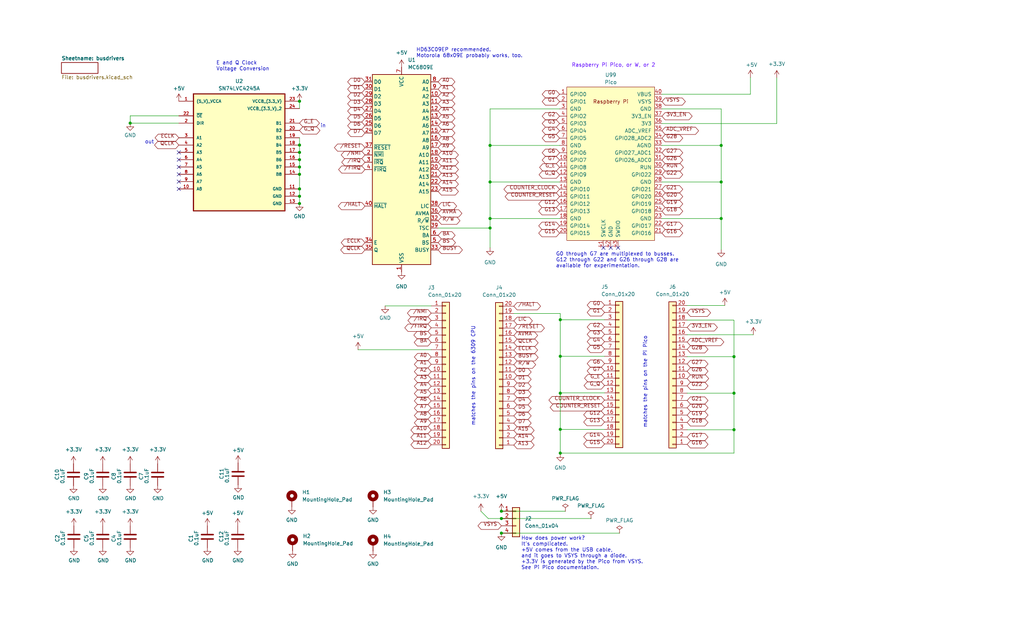
<source format=kicad_sch>
(kicad_sch (version 20230121) (generator eeschema)
  (paper "USLegal")
  (title_block (title "TFR/905  (6309  SBC) for RPi Pico (1, 2, W)") (date "2025-02-20") (company "Henry Strickland   <strick@yak.net>  github.com/strickyak/tfr9") (comment 3 "Released under the MIT License (opensource.org/license/mit)"))
  (lib_symbols
    (symbol "+5V_1" (power) (pin_names (offset 0))
      (property "Value" "+5V_1" (at 0 3.556 0))
      (symbol "+5V_1_1_1"
        (pin power_in line (at 0 0 90) (length 0) hide (name "+5V") (number "1"))
      )
    )
    (symbol "+5V_2" (power) (pin_names (offset 0))
      (property "Value" "+5V_2" (at 0 3.556 0))
      (symbol "+5V_2_1_1"
        (pin power_in line (at 0 0 90) (length 0) hide (name "+5V") (number "1"))
      )
    )
    (symbol "+5V_3" (power) (pin_names (offset 0))
      (property "Value" "+5V_3" (at 0 3.556 0))
      (symbol "+5V_3_1_1"
        (pin power_in line (at 0 0 90) (length 0) hide (name "+5V") (number "1"))
      )
    )
    (symbol "+5V_4" (power) (pin_names (offset 0))
      (property "Value" "+5V_4" (at 0 3.556 0))
      (symbol "+5V_4_1_1"
        (pin power_in line (at 0 0 90) (length 0) hide (name "+5V") (number "1"))
      )
    )
    (symbol "+5V_5" (power) (pin_names (offset 0))
      (property "Value" "+5V_5" (at 0 3.556 0))
      (symbol "+5V_5_1_1"
        (pin power_in line (at 0 0 90) (length 0) hide (name "+5V") (number "1"))
      )
    )
    (symbol "+5V_6" (power) (pin_names (offset 0))
      (property "Value" "+5V_6" (at 0 3.556 0))
      (symbol "+5V_6_1_1"
        (pin power_in line (at 0 0 90) (length 0) hide (name "+5V") (number "1"))
      )
    )
    (symbol "CPU_NXP_6800:MC6809E"
      (property "Reference" "U" (at -7.62 34.544 0))
      (property "Value" "MC6809E" (at 10.16 34.544 0))
      (symbol "MC6809E_1_1"
        (pin power_in line (at 0 -35.56 90) (length 2.54) (name "VSS") (number "1"))
        (pin output line (at 12.7 25.4 180) (length 2.54) (name "A2") (number "10"))
        (pin output line (at 12.7 22.86 180) (length 2.54) (name "A3") (number "11"))
        (pin output line (at 12.7 20.32 180) (length 2.54) (name "A4") (number "12"))
        (pin output line (at 12.7 17.78 180) (length 2.54) (name "A5") (number "13"))
        (pin output line (at 12.7 15.24 180) (length 2.54) (name "A6") (number "14"))
        (pin output line (at 12.7 12.7 180) (length 2.54) (name "A7") (number "15"))
        (pin output line (at 12.7 10.16 180) (length 2.54) (name "A8") (number "16"))
        (pin output line (at 12.7 7.62 180) (length 2.54) (name "A9") (number "17"))
        (pin output line (at 12.7 5.08 180) (length 2.54) (name "A10") (number "18"))
        (pin output line (at 12.7 2.54 180) (length 2.54) (name "A11") (number "19"))
        (pin input line (at -12.7 5.08 0) (length 2.54) (name "~{NMI}") (number "2"))
        (pin output line (at 12.7 0 180) (length 2.54) (name "A12") (number "20"))
        (pin output line (at 12.7 -2.54 180) (length 2.54) (name "A13") (number "21"))
        (pin output line (at 12.7 -5.08 180) (length 2.54) (name "A14") (number "22"))
        (pin output line (at 12.7 -7.62 180) (length 2.54) (name "A15") (number "23"))
        (pin bidirectional line (at -12.7 12.7 0) (length 2.54) (name "D7") (number "24"))
        (pin bidirectional line (at -12.7 15.24 0) (length 2.54) (name "D6") (number "25"))
        (pin bidirectional line (at -12.7 17.78 0) (length 2.54) (name "D5") (number "26"))
        (pin bidirectional line (at -12.7 20.32 0) (length 2.54) (name "D4") (number "27"))
        (pin bidirectional line (at -12.7 22.86 0) (length 2.54) (name "D3") (number "28"))
        (pin bidirectional line (at -12.7 25.4 0) (length 2.54) (name "D2") (number "29"))
        (pin input line (at -12.7 2.54 0) (length 2.54) (name "~{IRQ}") (number "3"))
        (pin bidirectional line (at -12.7 27.94 0) (length 2.54) (name "D1") (number "30"))
        (pin bidirectional line (at -12.7 30.48 0) (length 2.54) (name "D0") (number "31"))
        (pin output line (at 12.7 -17.78 180) (length 2.54) (name "R/~{W}") (number "32"))
        (pin output line (at 12.7 -27.94 180) (length 2.54) (name "BUSY") (number "33"))
        (pin input line (at -12.7 -25.4 0) (length 2.54) (name "E") (number "34"))
        (pin input line (at -12.7 -27.94 0) (length 2.54) (name "Q") (number "35"))
        (pin output line (at 12.7 -15.24 180) (length 2.54) (name "AVMA") (number "36"))
        (pin input line (at -12.7 7.62 0) (length 2.54) (name "~{RESET}") (number "37"))
        (pin output line (at 12.7 -12.7 180) (length 2.54) (name "LIC") (number "38"))
        (pin output line (at 12.7 -20.32 180) (length 2.54) (name "TSC") (number "39"))
        (pin input line (at -12.7 0 0) (length 2.54) (name "~{FIRQ}") (number "4"))
        (pin input line (at -12.7 -12.7 0) (length 2.54) (name "~{HALT}") (number "40"))
        (pin output line (at 12.7 -25.4 180) (length 2.54) (name "BS") (number "5"))
        (pin output line (at 12.7 -22.86 180) (length 2.54) (name "BA") (number "6"))
        (pin power_in line (at 0 35.56 270) (length 2.54) (name "VCC") (number "7"))
        (pin output line (at 12.7 30.48 180) (length 2.54) (name "A0") (number "8"))
        (pin output line (at 12.7 27.94 180) (length 2.54) (name "A1") (number "9"))
      )
    )
    (symbol "Connector_Generic:Conn_01x04" (pin_names (offset 1.016) hide)
      (property "Reference" "J" (at 0 5.08 0))
      (property "Value" "Conn_01x04" (at 0 -7.62 0))
      (symbol "Conn_01x04_1_1"
        (pin passive line (at -5.08 2.54 0) (length 3.81) (name "Pin_1") (number "1"))
        (pin passive line (at -5.08 0 0) (length 3.81) (name "Pin_2") (number "2"))
        (pin passive line (at -5.08 -2.54 0) (length 3.81) (name "Pin_3") (number "3"))
        (pin passive line (at -5.08 -5.08 0) (length 3.81) (name "Pin_4") (number "4"))
      )
    )
    (symbol "Connector_Generic:Conn_01x20" (pin_names (offset 1.016) hide)
      (property "Reference" "J" (at 0 25.4 0))
      (property "Value" "Conn_01x20" (at 0 -27.94 0))
      (symbol "Conn_01x20_1_1"
        (pin passive line (at -5.08 22.86 0) (length 3.81) (name "Pin_1") (number "1"))
        (pin passive line (at -5.08 0 0) (length 3.81) (name "Pin_10") (number "10"))
        (pin passive line (at -5.08 -2.54 0) (length 3.81) (name "Pin_11") (number "11"))
        (pin passive line (at -5.08 -5.08 0) (length 3.81) (name "Pin_12") (number "12"))
        (pin passive line (at -5.08 -7.62 0) (length 3.81) (name "Pin_13") (number "13"))
        (pin passive line (at -5.08 -10.16 0) (length 3.81) (name "Pin_14") (number "14"))
        (pin passive line (at -5.08 -12.7 0) (length 3.81) (name "Pin_15") (number "15"))
        (pin passive line (at -5.08 -15.24 0) (length 3.81) (name "Pin_16") (number "16"))
        (pin passive line (at -5.08 -17.78 0) (length 3.81) (name "Pin_17") (number "17"))
        (pin passive line (at -5.08 -20.32 0) (length 3.81) (name "Pin_18") (number "18"))
        (pin passive line (at -5.08 -22.86 0) (length 3.81) (name "Pin_19") (number "19"))
        (pin passive line (at -5.08 20.32 0) (length 3.81) (name "Pin_2") (number "2"))
        (pin passive line (at -5.08 -25.4 0) (length 3.81) (name "Pin_20") (number "20"))
        (pin passive line (at -5.08 17.78 0) (length 3.81) (name "Pin_3") (number "3"))
        (pin passive line (at -5.08 15.24 0) (length 3.81) (name "Pin_4") (number "4"))
        (pin passive line (at -5.08 12.7 0) (length 3.81) (name "Pin_5") (number "5"))
        (pin passive line (at -5.08 10.16 0) (length 3.81) (name "Pin_6") (number "6"))
        (pin passive line (at -5.08 7.62 0) (length 3.81) (name "Pin_7") (number "7"))
        (pin passive line (at -5.08 5.08 0) (length 3.81) (name "Pin_8") (number "8"))
        (pin passive line (at -5.08 2.54 0) (length 3.81) (name "Pin_9") (number "9"))
      )
    )
    (symbol "Device:C" (pin_numbers hide) (pin_names (offset 0.254))
      (property "Reference" "C" (at 0.635 2.54 0))
      (property "Value" "C" (at 0.635 -2.54 0))
      (symbol "C_1_1"
        (pin passive line (at 0 3.81 270) (length 2.794) (name "~") (number "1"))
        (pin passive line (at 0 -3.81 90) (length 2.794) (name "~") (number "2"))
      )
    )
    (symbol "GND_1" (power) (pin_names (offset 0))
      (property "Value" "GND_1" (at 0 -3.81 0))
      (symbol "GND_1_1_1"
        (pin power_in line (at 0 0 270) (length 0) hide (name "GND") (number "1"))
      )
    )
    (symbol "GND_10" (power) (pin_names (offset 0))
      (property "Value" "GND_10" (at 0 -3.81 0))
      (symbol "GND_10_1_1"
        (pin power_in line (at 0 0 270) (length 0) hide (name "GND") (number "1"))
      )
    )
    (symbol "GND_11" (power) (pin_names (offset 0))
      (property "Value" "GND_11" (at 0 -3.81 0))
      (symbol "GND_11_1_1"
        (pin power_in line (at 0 0 270) (length 0) hide (name "GND") (number "1"))
      )
    )
    (symbol "GND_2" (power) (pin_names (offset 0))
      (property "Value" "GND_2" (at 0 -3.81 0))
      (symbol "GND_2_1_1"
        (pin power_in line (at 0 0 270) (length 0) hide (name "GND") (number "1"))
      )
    )
    (symbol "GND_3" (power) (pin_names (offset 0))
      (property "Value" "GND_3" (at 0 -3.81 0))
      (symbol "GND_3_1_1"
        (pin power_in line (at 0 0 270) (length 0) hide (name "GND") (number "1"))
      )
    )
    (symbol "GND_4" (power) (pin_names (offset 0))
      (property "Value" "GND_4" (at 0 -3.81 0))
      (symbol "GND_4_1_1"
        (pin power_in line (at 0 0 270) (length 0) hide (name "GND") (number "1"))
      )
    )
    (symbol "GND_5" (power) (pin_names (offset 0))
      (property "Value" "GND_5" (at 0 -3.81 0))
      (symbol "GND_5_1_1"
        (pin power_in line (at 0 0 270) (length 0) hide (name "GND") (number "1"))
      )
    )
    (symbol "GND_6" (power) (pin_names (offset 0))
      (property "Value" "GND_6" (at 0 -3.81 0))
      (symbol "GND_6_1_1"
        (pin power_in line (at 0 0 270) (length 0) hide (name "GND") (number "1"))
      )
    )
    (symbol "GND_7" (power) (pin_names (offset 0))
      (property "Value" "GND_7" (at 0 -3.81 0))
      (symbol "GND_7_1_1"
        (pin power_in line (at 0 0 270) (length 0) hide (name "GND") (number "1"))
      )
    )
    (symbol "GND_8" (power) (pin_names (offset 0))
      (property "Value" "GND_8" (at 0 -3.81 0))
      (symbol "GND_8_1_1"
        (pin power_in line (at 0 0 270) (length 0) hide (name "GND") (number "1"))
      )
    )
    (symbol "GND_9" (power) (pin_names (offset 0))
      (property "Value" "GND_9" (at 0 -3.81 0))
      (symbol "GND_9_1_1"
        (pin power_in line (at 0 0 270) (length 0) hide (name "GND") (number "1"))
      )
    )
    (symbol "Mechanical:MountingHole_Pad" (pin_numbers hide) (pin_names (offset 1.016) hide)
      (property "Reference" "H" (at 0 6.35 0))
      (property "Value" "MountingHole_Pad" (at 0 4.445 0))
      (symbol "MountingHole_Pad_1_1"
        (pin input line (at 0 -2.54 90) (length 2.54) (name "1") (number "1"))
      )
    )
    (symbol "RPi_Pico:Pico" (pin_names (offset 1.016))
      (property "Reference" "U" (at -13.97 27.94 0))
      (property "Value" "Pico" (at 0 19.05 0))
      (symbol "Pico_0_0"
        (text "Raspberry Pi" (at 0 21.59 0) (effects (font (size 1.27 1.27))))
      )
      (symbol "Pico_1_1"
        (pin bidirectional line (at -17.78 24.13 0) (length 2.54) (name "GPIO0") (number "1"))
        (pin bidirectional line (at -17.78 1.27 0) (length 2.54) (name "GPIO7") (number "10"))
        (pin bidirectional line (at -17.78 -1.27 0) (length 2.54) (name "GPIO8") (number "11"))
        (pin bidirectional line (at -17.78 -3.81 0) (length 2.54) (name "GPIO9") (number "12"))
        (pin power_in line (at -17.78 -6.35 0) (length 2.54) (name "GND") (number "13"))
        (pin bidirectional line (at -17.78 -8.89 0) (length 2.54) (name "GPIO10") (number "14"))
        (pin bidirectional line (at -17.78 -11.43 0) (length 2.54) (name "GPIO11") (number "15"))
        (pin bidirectional line (at -17.78 -13.97 0) (length 2.54) (name "GPIO12") (number "16"))
        (pin bidirectional line (at -17.78 -16.51 0) (length 2.54) (name "GPIO13") (number "17"))
        (pin power_in line (at -17.78 -19.05 0) (length 2.54) (name "GND") (number "18"))
        (pin bidirectional line (at -17.78 -21.59 0) (length 2.54) (name "GPIO14") (number "19"))
        (pin bidirectional line (at -17.78 21.59 0) (length 2.54) (name "GPIO1") (number "2"))
        (pin bidirectional line (at -17.78 -24.13 0) (length 2.54) (name "GPIO15") (number "20"))
        (pin bidirectional line (at 17.78 -24.13 180) (length 2.54) (name "GPIO16") (number "21"))
        (pin bidirectional line (at 17.78 -21.59 180) (length 2.54) (name "GPIO17") (number "22"))
        (pin power_in line (at 17.78 -19.05 180) (length 2.54) (name "GND") (number "23"))
        (pin bidirectional line (at 17.78 -16.51 180) (length 2.54) (name "GPIO18") (number "24"))
        (pin bidirectional line (at 17.78 -13.97 180) (length 2.54) (name "GPIO19") (number "25"))
        (pin bidirectional line (at 17.78 -11.43 180) (length 2.54) (name "GPIO20") (number "26"))
        (pin bidirectional line (at 17.78 -8.89 180) (length 2.54) (name "GPIO21") (number "27"))
        (pin power_in line (at 17.78 -6.35 180) (length 2.54) (name "GND") (number "28"))
        (pin bidirectional line (at 17.78 -3.81 180) (length 2.54) (name "GPIO22") (number "29"))
        (pin power_in line (at -17.78 19.05 0) (length 2.54) (name "GND") (number "3"))
        (pin input line (at 17.78 -1.27 180) (length 2.54) (name "RUN") (number "30"))
        (pin bidirectional line (at 17.78 1.27 180) (length 2.54) (name "GPIO26_ADC0") (number "31"))
        (pin bidirectional line (at 17.78 3.81 180) (length 2.54) (name "GPIO27_ADC1") (number "32"))
        (pin power_in line (at 17.78 6.35 180) (length 2.54) (name "AGND") (number "33"))
        (pin bidirectional line (at 17.78 8.89 180) (length 2.54) (name "GPIO28_ADC2") (number "34"))
        (pin unspecified line (at 17.78 11.43 180) (length 2.54) (name "ADC_VREF") (number "35"))
        (pin unspecified line (at 17.78 13.97 180) (length 2.54) (name "3V3") (number "36"))
        (pin input line (at 17.78 16.51 180) (length 2.54) (name "3V3_EN") (number "37"))
        (pin bidirectional line (at 17.78 19.05 180) (length 2.54) (name "GND") (number "38"))
        (pin unspecified line (at 17.78 21.59 180) (length 2.54) (name "VSYS") (number "39"))
        (pin bidirectional line (at -17.78 16.51 0) (length 2.54) (name "GPIO2") (number "4"))
        (pin unspecified line (at 17.78 24.13 180) (length 2.54) (name "VBUS") (number "40"))
        (pin input line (at -2.54 -29.21 90) (length 2.54) (name "SWCLK") (number "41"))
        (pin power_in line (at 0 -29.21 90) (length 2.54) (name "GND") (number "42"))
        (pin bidirectional line (at 2.54 -29.21 90) (length 2.54) (name "SWDIO") (number "43"))
        (pin bidirectional line (at -17.78 13.97 0) (length 2.54) (name "GPIO3") (number "5"))
        (pin bidirectional line (at -17.78 11.43 0) (length 2.54) (name "GPIO4") (number "6"))
        (pin bidirectional line (at -17.78 8.89 0) (length 2.54) (name "GPIO5") (number "7"))
        (pin power_in line (at -17.78 6.35 0) (length 2.54) (name "GND") (number "8"))
        (pin bidirectional line (at -17.78 3.81 0) (length 2.54) (name "GPIO6") (number "9"))
      )
    )
    (symbol "SN74LVC4245ADWR:SN74LVC4245A" (pin_names (offset 1.016))
      (property "Reference" "U" (at -20.32 26.4 0))
      (property "Value" "SN74LVC4245A" (at -20.32 -18.415 0))
      (symbol "SN74LVC4245A_0_0"
        (pin power_in line (at -25.4 22.86 0) (length 5.08) (name "(5_V)_VCCA") (number "1"))
        (pin bidirectional line (at -25.4 -7.62 0) (length 5.08) (name "A8") (number "10"))
        (pin power_in line (at 16.51 -7.62 180) (length 5.08) (name "GND") (number "11"))
        (pin power_in line (at 16.51 -10.16 180) (length 5.08) (name "GND") (number "12"))
        (pin power_in line (at 16.51 -12.7 180) (length 5.08) (name "GND") (number "13"))
        (pin bidirectional line (at 16.51 -2.54 180) (length 5.08) (name "B8") (number "14"))
        (pin bidirectional line (at 16.51 0 180) (length 5.08) (name "B7") (number "15"))
        (pin bidirectional line (at 16.51 2.54 180) (length 5.08) (name "B6") (number "16"))
        (pin bidirectional line (at 16.51 5.08 180) (length 5.08) (name "B5") (number "17"))
        (pin bidirectional line (at 16.51 7.62 180) (length 5.08) (name "B4") (number "18"))
        (pin bidirectional line (at 16.51 10.16 180) (length 5.08) (name "B3") (number "19"))
        (pin input line (at -25.4 15.24 0) (length 5.08) (name "DIR") (number "2"))
        (pin bidirectional line (at 16.51 12.7 180) (length 5.08) (name "B2") (number "20"))
        (pin bidirectional line (at 16.51 15.24 180) (length 5.08) (name "B1") (number "21"))
        (pin input line (at -25.4 17.78 0) (length 5.08) (name "~{OE}") (number "22"))
        (pin power_in line (at 16.51 22.86 180) (length 5.08) (name "VCCB_(3.3_V)") (number "23"))
        (pin power_in line (at 16.51 20.32 180) (length 5.08) (name "VCCB_(3.3_V)_2") (number "24"))
        (pin bidirectional line (at -25.4 10.16 0) (length 5.08) (name "A1") (number "3"))
        (pin bidirectional line (at -25.4 7.62 0) (length 5.08) (name "A2") (number "4"))
        (pin bidirectional line (at -25.4 5.08 0) (length 5.08) (name "A3") (number "5"))
        (pin bidirectional line (at -25.4 2.54 0) (length 5.08) (name "A4") (number "6"))
        (pin bidirectional line (at -25.4 0 0) (length 5.08) (name "A5") (number "7"))
        (pin bidirectional line (at -25.4 -2.54 0) (length 5.08) (name "A6") (number "8"))
        (pin bidirectional line (at -25.4 -5.08 0) (length 5.08) (name "A7") (number "9"))
      )
    )
    (symbol "power:+3.3V" (power) (pin_names (offset 0))
      (property "Value" "+3.3V" (at 0 3.556 0))
      (symbol "+3.3V_1_1"
        (pin power_in line (at 0 0 90) (length 0) hide (name "+3.3V") (number "1"))
      )
    )
    (symbol "power:+5V" (power) (pin_names (offset 0))
      (property "Value" "+5V" (at 0 3.556 0))
      (symbol "+5V_1_1"
        (pin power_in line (at 0 0 90) (length 0) hide (name "+5V") (number "1"))
      )
    )
    (symbol "power:GND" (power) (pin_names (offset 0))
      (property "Value" "GND" (at 0 -3.81 0))
      (symbol "GND_1_1"
        (pin power_in line (at 0 0 270) (length 0) hide (name "GND") (number "1"))
      )
    )
    (symbol "power:PWR_FLAG" (power) (pin_numbers hide) (pin_names (offset 0) hide)
      (property "Value" "PWR_FLAG" (at 0 3.81 0))
      (symbol "PWR_FLAG_0_0"
        (pin power_out line (at 0 0 90) (length 0) (name "pwr") (number "1"))
      )
    )
  )
  (junction (at 45.212 42.799))
  (junction (at 170.18 79.248))
  (junction (at 250.444 75.946))
  (junction (at 194.564 157.48))
  (junction (at 170.18 75.946))
  (junction (at 104.013 35.179))
  (junction (at 104.013 50.419))
  (junction (at 104.013 60.579))
  (junction (at 104.013 55.499))
  (junction (at 174.117 177.673))
  (junction (at 104.013 52.959))
  (junction (at 194.564 123.825))
  (junction (at 170.18 63.246))
  (junction (at 104.013 68.199))
  (junction (at 250.444 63.246))
  (junction (at 104.013 70.739))
  (junction (at 170.18 50.546))
  (junction (at 254.889 136.652))
  (junction (at 104.013 58.039))
  (junction (at 174.117 180.213))
  (junction (at 194.564 149.225))
  (junction (at 194.564 111.125))
  (junction (at 254.889 123.952))
  (junction (at 174.117 185.293))
  (junction (at 254.889 149.352))
  (junction (at 194.564 136.652))
  (junction (at 104.013 65.659))
  (junction (at 250.444 50.546))
  (no_connect (at 62.103 60.579))
  (no_connect (at 212.09 86.106))
  (no_connect (at 62.103 55.499))
  (no_connect (at 62.103 52.959))
  (no_connect (at 214.63 86.106))
  (no_connect (at 62.103 63.119))
  (no_connect (at 62.103 58.039))
  (no_connect (at 62.103 65.659))
  (no_connect (at 209.55 86.106))
  (wire (pts (xy 238.633 149.352) (xy 254.889 149.352)))
  (wire (pts (xy 254.889 123.952) (xy 254.889 111.379)))
  (wire (pts (xy 174.117 180.213) (xy 205.232 180.213)))
  (wire (pts (xy 215.138 185.293) (xy 174.117 185.293)))
  (wire (pts (xy 194.564 111.125) (xy 194.564 123.825)))
  (wire (pts (xy 250.444 37.846) (xy 250.444 50.546)))
  (wire (pts (xy 194.564 136.652) (xy 194.564 149.225)))
  (wire (pts (xy 229.87 37.846) (xy 250.444 37.846)))
  (wire (pts (xy 254.889 157.48) (xy 254.889 149.352)))
  (wire (pts (xy 194.564 108.966) (xy 194.564 111.125)))
  (wire (pts (xy 45.212 40.259) (xy 62.103 40.259)))
  (wire (pts (xy 104.013 35.179) (xy 104.013 37.719)))
  (wire (pts (xy 170.18 37.846) (xy 170.18 50.546)))
  (wire (pts (xy 254.889 149.352) (xy 254.889 136.652)))
  (wire (pts (xy 104.013 60.579) (xy 104.013 65.659)))
  (wire (pts (xy 174.117 177.673) (xy 196.342 177.673)))
  (wire (pts (xy 104.013 65.659) (xy 104.013 68.199)))
  (wire (pts (xy 250.444 75.946) (xy 250.444 86.741)))
  (wire (pts (xy 194.564 157.48) (xy 254.889 157.48)))
  (wire (pts (xy 238.633 106.172) (xy 251.714 106.172)))
  (wire (pts (xy 194.564 123.825) (xy 209.931 123.825)))
  (wire (pts (xy 133.731 106.299) (xy 149.733 106.299)))
  (wire (pts (xy 229.87 42.926) (xy 269.748 42.926)))
  (wire (pts (xy 152.146 79.248) (xy 170.18 79.248)))
  (wire (pts (xy 238.633 116.332) (xy 261.62 116.332)))
  (wire (pts (xy 254.889 111.379) (xy 254.762 111.252)))
  (wire (pts (xy 238.633 136.652) (xy 254.889 136.652)))
  (wire (pts (xy 45.212 40.259) (xy 45.212 42.799)))
  (wire (pts (xy 254.889 136.652) (xy 254.889 123.952)))
  (wire (pts (xy 229.87 32.766) (xy 260.604 32.766)))
  (wire (pts (xy 104.013 50.419) (xy 104.013 52.959)))
  (wire (pts (xy 229.87 50.546) (xy 250.444 50.546)))
  (wire (pts (xy 104.013 58.039) (xy 104.013 60.579)))
  (wire (pts (xy 238.633 111.252) (xy 254.762 111.252)))
  (wire (pts (xy 104.013 47.879) (xy 104.013 50.419)))
  (wire (pts (xy 269.748 27.051) (xy 269.748 42.926)))
  (wire (pts (xy 194.691 136.525) (xy 194.564 136.652)))
  (wire (pts (xy 229.87 75.946) (xy 250.444 75.946)))
  (wire (pts (xy 194.564 157.48) (xy 194.564 157.734)))
  (wire (pts (xy 170.18 79.248) (xy 170.18 86.106)))
  (wire (pts (xy 170.18 63.246) (xy 194.31 63.246)))
  (wire (pts (xy 229.87 63.246) (xy 250.444 63.246)))
  (wire (pts (xy 250.444 50.546) (xy 250.444 63.246)))
  (wire (pts (xy 170.18 50.546) (xy 170.18 63.246)))
  (wire (pts (xy 178.435 108.966) (xy 194.564 108.966)))
  (wire (pts (xy 238.633 123.952) (xy 254.889 123.952)))
  (wire (pts (xy 104.013 55.499) (xy 104.013 58.039)))
  (wire (pts (xy 194.564 123.825) (xy 194.564 136.652)))
  (wire (pts (xy 104.013 52.959) (xy 104.013 55.499)))
  (wire (pts (xy 45.212 42.799) (xy 62.103 42.799)))
  (wire (pts (xy 170.18 63.246) (xy 170.18 75.946)))
  (wire (pts (xy 170.18 75.946) (xy 170.18 79.248)))
  (wire (pts (xy 170.18 75.946) (xy 194.31 75.946)))
  (wire (pts (xy 124.333 121.539) (xy 149.733 121.539)))
  (wire (pts (xy 169.545 180.213) (xy 167.005 177.673)))
  (wire (pts (xy 104.013 68.199) (xy 104.013 70.739)))
  (wire (pts (xy 260.604 26.924) (xy 260.604 32.766)))
  (wire (pts (xy 174.117 180.213) (xy 169.545 180.213)))
  (wire (pts (xy 170.18 37.846) (xy 194.31 37.846)))
  (wire (pts (xy 170.18 50.546) (xy 194.31 50.546)))
  (wire (pts (xy 194.564 111.125) (xy 209.931 111.125)))
  (wire (pts (xy 250.444 63.246) (xy 250.444 75.946)))
  (wire (pts (xy 209.931 136.525) (xy 194.691 136.525)))
  (wire (pts (xy 194.564 149.225) (xy 194.564 157.48)))
  (wire (pts (xy 194.564 149.225) (xy 209.931 149.225)))
  (text "Raspberry Pi Pico, or W, or 2" (at 198.501 23.495 0) (effects (font (size 1.27 1.27)) (justify left bottom)))
  (text "in" (at 111.252 44.577 0) (effects (font (size 1.27 1.27)) (justify left bottom)))
  (text "How does power work?\nIt's complicated.\n+5V comes from the USB cable,\nand it goes to VSYS through a diode.\n+3.3V is generated by the Pico from VSYS.\nSee Pi Pico documentation.\n" (at 180.975 198.12 0) (effects (font (size 1.27 1.27)) (justify left bottom)))
  (text "matches the pins on the Pi Pico" (at 224.79 148.844 90) (effects (font (size 1.27 1.27)) (justify left bottom)))
  (text "HD63C09EP recommended.\nMotorola 68x09E probably works, too. " (at 144.526 20.193 0) (effects (font (size 1.27 1.27)) (justify left bottom)))
  (text "matches the pins on the 6309 CPU" (at 165.1 148.082 90) (effects (font (size 1.27 1.27)) (justify left bottom)))
  (text "out" (at 50.292 50.165 0) (effects (font (size 1.27 1.27)) (justify left bottom)))
  (text "E and Q Clock\nVoltage Conversion" (at 75.057 24.765 0) (effects (font (size 1.27 1.27)) (justify left bottom)))
  (text "G0 through G7 are multiplexed to busses.\nG12 through G22 and G26 through G28 are\navailable for experimentation.\n" (at 193.04 93.218 0) (effects (font (size 1.27 1.27)) (justify left bottom)))
  (global_label "G17" (shape bidirectional) (at 229.87 78.486 0) (property "Intersheetrefs" "${INTERSHEET_REFS}" (effects hide)))
  (global_label "RUN" (shape bidirectional) (at 238.633 131.572 0) (property "Intersheetrefs" "${INTERSHEET_REFS}" (effects hide)))
  (global_label "A11" (shape bidirectional) (at 149.733 152.019 180) (property "Intersheetrefs" "${INTERSHEET_REFS}" (effects hide)))
  (global_label "G6" (shape bidirectional) (at 194.31 53.086 180) (property "Intersheetrefs" "${INTERSHEET_REFS}" (effects hide)))
  (global_label "G1" (shape bidirectional) (at 194.31 35.306 180) (property "Intersheetrefs" "${INTERSHEET_REFS}" (effects hide)))
  (global_label "G27" (shape bidirectional) (at 238.633 126.492 0) (property "Intersheetrefs" "${INTERSHEET_REFS}" (effects hide)))
  (global_label "COUNTER_CLOCK" (shape bidirectional) (at 194.31 65.786 180) (property "Intersheetrefs" "${INTERSHEET_REFS}" (effects hide)))
  (global_label "BUSY" (shape bidirectional) (at 152.146 86.868 0) (property "Intersheetrefs" "${INTERSHEET_REFS}" (effects hide)))
  (global_label "3V3_EN" (shape bidirectional) (at 229.87 40.386 0) (property "Intersheetrefs" "${INTERSHEET_REFS}" (effects hide)))
  (global_label "G4" (shape bidirectional) (at 194.31 45.466 180) (property "Intersheetrefs" "${INTERSHEET_REFS}" (effects hide)))
  (global_label "BUSY" (shape bidirectional) (at 178.435 124.206 0) (property "Intersheetrefs" "${INTERSHEET_REFS}" (effects hide)))
  (global_label "G20" (shape bidirectional) (at 238.633 141.732 0) (property "Intersheetrefs" "${INTERSHEET_REFS}" (effects hide)))
  (global_label "D4" (shape bidirectional) (at 126.746 38.608 180) (property "Intersheetrefs" "${INTERSHEET_REFS}" (effects hide)))
  (global_label "COUNTER_RESET" (shape bidirectional) (at 209.931 141.605 180) (property "Intersheetrefs" "${INTERSHEET_REFS}" (effects hide)))
  (global_label "QCLK" (shape bidirectional) (at 126.746 86.868 180) (property "Intersheetrefs" "${INTERSHEET_REFS}" (effects hide)))
  (global_label "G17" (shape bidirectional) (at 238.633 151.892 0) (property "Intersheetrefs" "${INTERSHEET_REFS}" (effects hide)))
  (global_label "G5" (shape bidirectional) (at 194.31 48.006 180) (property "Intersheetrefs" "${INTERSHEET_REFS}" (effects hide)))
  (global_label "G21" (shape bidirectional) (at 238.633 139.192 0) (property "Intersheetrefs" "${INTERSHEET_REFS}" (effects hide)))
  (global_label "G0" (shape bidirectional) (at 194.31 32.766 180) (property "Intersheetrefs" "${INTERSHEET_REFS}" (effects hide)))
  (global_label "A8" (shape bidirectional) (at 149.733 144.399 180) (property "Intersheetrefs" "${INTERSHEET_REFS}" (effects hide)))
  (global_label "G_E" (shape bidirectional) (at 209.931 131.445 180) (property "Intersheetrefs" "${INTERSHEET_REFS}" (effects hide)))
  (global_label "G2" (shape bidirectional) (at 209.931 113.665 180) (property "Intersheetrefs" "${INTERSHEET_REFS}" (effects hide)))
  (global_label "{slash}RESET" (shape bidirectional) (at 126.746 51.308 180) (property "Intersheetrefs" "${INTERSHEET_REFS}" (effects hide)))
  (global_label "COUNTER_CLOCK" (shape bidirectional) (at 209.931 139.065 180) (property "Intersheetrefs" "${INTERSHEET_REFS}" (effects hide)))
  (global_label "A15" (shape bidirectional) (at 152.146 66.548 0) (property "Intersheetrefs" "${INTERSHEET_REFS}" (effects hide)))
  (global_label "A3" (shape bidirectional) (at 152.146 36.068 0) (property "Intersheetrefs" "${INTERSHEET_REFS}" (effects hide)))
  (global_label "{slash}HALT" (shape bidirectional) (at 178.435 106.426 0) (property "Intersheetrefs" "${INTERSHEET_REFS}" (effects hide)))
  (global_label "{slash}FIRQ" (shape bidirectional) (at 126.746 58.928 180) (property "Intersheetrefs" "${INTERSHEET_REFS}" (effects hide)))
  (global_label "A1" (shape bidirectional) (at 149.733 126.619 180) (property "Intersheetrefs" "${INTERSHEET_REFS}" (effects hide)))
  (global_label "G27" (shape bidirectional) (at 229.87 53.086 0) (property "Intersheetrefs" "${INTERSHEET_REFS}" (effects hide)))
  (global_label "{slash}FIRQ" (shape bidirectional) (at 149.733 113.919 180) (property "Intersheetrefs" "${INTERSHEET_REFS}" (effects hide)))
  (global_label "RUN" (shape bidirectional) (at 229.87 58.166 0) (property "Intersheetrefs" "${INTERSHEET_REFS}" (effects hide)))
  (global_label "G21" (shape bidirectional) (at 229.87 65.786 0) (property "Intersheetrefs" "${INTERSHEET_REFS}" (effects hide)))
  (global_label "{slash}IRQ" (shape bidirectional) (at 126.746 56.388 180) (property "Intersheetrefs" "${INTERSHEET_REFS}" (effects hide)))
  (global_label "G19" (shape bidirectional) (at 229.87 70.866 0) (property "Intersheetrefs" "${INTERSHEET_REFS}" (effects hide)))
  (global_label "{slash}HALT" (shape bidirectional) (at 126.746 71.628 180) (property "Intersheetrefs" "${INTERSHEET_REFS}" (effects hide)))
  (global_label "A0" (shape bidirectional) (at 149.733 124.079 180) (property "Intersheetrefs" "${INTERSHEET_REFS}" (effects hide)))
  (global_label "A7" (shape bidirectional) (at 149.733 141.859 180) (property "Intersheetrefs" "${INTERSHEET_REFS}" (effects hide)))
  (global_label "A0" (shape bidirectional) (at 152.146 28.448 0) (property "Intersheetrefs" "${INTERSHEET_REFS}" (effects hide)))
  (global_label "A13" (shape bidirectional) (at 152.146 61.468 0) (property "Intersheetrefs" "${INTERSHEET_REFS}" (effects hide)))
  (global_label "A4" (shape bidirectional) (at 152.146 38.608 0) (property "Intersheetrefs" "${INTERSHEET_REFS}" (effects hide)))
  (global_label "D2" (shape bidirectional) (at 178.435 134.366 0) (property "Intersheetrefs" "${INTERSHEET_REFS}" (effects hide)))
  (global_label "G19" (shape bidirectional) (at 238.633 144.272 0) (property "Intersheetrefs" "${INTERSHEET_REFS}" (effects hide)))
  (global_label "G3" (shape bidirectional) (at 194.31 42.926 180) (property "Intersheetrefs" "${INTERSHEET_REFS}" (effects hide)))
  (global_label "G12" (shape bidirectional) (at 209.931 144.145 180) (property "Intersheetrefs" "${INTERSHEET_REFS}" (effects hide)))
  (global_label "A12" (shape bidirectional) (at 152.146 58.928 0) (property "Intersheetrefs" "${INTERSHEET_REFS}" (effects hide)))
  (global_label "VSYS" (shape bidirectional) (at 174.117 182.753 180) (property "Intersheetrefs" "${INTERSHEET_REFS}" (effects hide)))
  (global_label "A10" (shape bidirectional) (at 149.733 149.479 180) (property "Intersheetrefs" "${INTERSHEET_REFS}" (effects hide)))
  (global_label "A2" (shape bidirectional) (at 152.146 33.528 0) (property "Intersheetrefs" "${INTERSHEET_REFS}" (effects hide)))
  (global_label "D1" (shape bidirectional) (at 178.435 131.826 0) (property "Intersheetrefs" "${INTERSHEET_REFS}" (effects hide)))
  (global_label "G18" (shape bidirectional) (at 229.87 73.406 0) (property "Intersheetrefs" "${INTERSHEET_REFS}" (effects hide)))
  (global_label "COUNTER_RESET" (shape bidirectional) (at 194.31 68.326 180) (property "Intersheetrefs" "${INTERSHEET_REFS}" (effects hide)))
  (global_label "BA" (shape bidirectional) (at 152.146 81.788 0) (property "Intersheetrefs" "${INTERSHEET_REFS}" (effects hide)))
  (global_label "A6" (shape bidirectional) (at 149.733 139.319 180) (property "Intersheetrefs" "${INTERSHEET_REFS}" (effects hide)))
  (global_label "A14" (shape bidirectional) (at 178.435 152.146 0) (property "Intersheetrefs" "${INTERSHEET_REFS}" (effects hide)))
  (global_label "ECLK" (shape bidirectional) (at 126.746 84.328 180) (property "Intersheetrefs" "${INTERSHEET_REFS}" (effects hide)))
  (global_label "A5" (shape bidirectional) (at 149.733 136.779 180) (property "Intersheetrefs" "${INTERSHEET_REFS}" (effects hide)))
  (global_label "G16" (shape bidirectional) (at 238.633 154.432 0) (property "Intersheetrefs" "${INTERSHEET_REFS}" (effects hide)))
  (global_label "G15" (shape bidirectional) (at 209.931 154.305 180) (property "Intersheetrefs" "${INTERSHEET_REFS}" (effects hide)))
  (global_label "G0" (shape bidirectional) (at 209.931 106.045 180) (property "Intersheetrefs" "${INTERSHEET_REFS}" (effects hide)))
  (global_label "G_Q" (shape bidirectional) (at 209.931 133.985 180) (property "Intersheetrefs" "${INTERSHEET_REFS}" (effects hide)))
  (global_label "G7" (shape bidirectional) (at 209.931 128.905 180) (property "Intersheetrefs" "${INTERSHEET_REFS}" (effects hide)))
  (global_label "{slash}IRQ" (shape bidirectional) (at 149.733 111.379 180) (property "Intersheetrefs" "${INTERSHEET_REFS}" (effects hide)))
  (global_label "G_Q" (shape bidirectional) (at 104.013 45.339 0) (property "Intersheetrefs" "${INTERSHEET_REFS}" (effects hide)))
  (global_label "A12" (shape bidirectional) (at 149.733 154.559 180) (property "Intersheetrefs" "${INTERSHEET_REFS}" (effects hide)))
  (global_label "G18" (shape bidirectional) (at 238.633 146.812 0) (property "Intersheetrefs" "${INTERSHEET_REFS}" (effects hide)))
  (global_label "G14" (shape bidirectional) (at 194.31 78.486 180) (property "Intersheetrefs" "${INTERSHEET_REFS}" (effects hide)))
  (global_label "D0" (shape bidirectional) (at 126.746 28.448 180) (property "Intersheetrefs" "${INTERSHEET_REFS}" (effects hide)))
  (global_label "A7" (shape bidirectional) (at 152.146 46.228 0) (property "Intersheetrefs" "${INTERSHEET_REFS}" (effects hide)))
  (global_label "3V3_EN" (shape bidirectional) (at 238.633 113.792 0) (property "Intersheetrefs" "${INTERSHEET_REFS}" (effects hide)))
  (global_label "G3" (shape bidirectional) (at 209.931 116.205 180) (property "Intersheetrefs" "${INTERSHEET_REFS}" (effects hide)))
  (global_label "G14" (shape bidirectional) (at 209.931 151.765 180) (property "Intersheetrefs" "${INTERSHEET_REFS}" (effects hide)))
  (global_label "VSYS" (shape bidirectional) (at 229.87 35.306 0) (property "Intersheetrefs" "${INTERSHEET_REFS}" (effects hide)))
  (global_label "G4" (shape bidirectional) (at 209.931 118.745 180) (property "Intersheetrefs" "${INTERSHEET_REFS}" (effects hide)))
  (global_label "A10" (shape bidirectional) (at 152.146 53.848 0) (property "Intersheetrefs" "${INTERSHEET_REFS}" (effects hide)))
  (global_label "G26" (shape bidirectional) (at 229.87 55.626 0) (property "Intersheetrefs" "${INTERSHEET_REFS}" (effects hide)))
  (global_label "D1" (shape bidirectional) (at 126.746 30.988 180) (property "Intersheetrefs" "${INTERSHEET_REFS}" (effects hide)))
  (global_label "G28" (shape bidirectional) (at 238.633 121.412 0) (property "Intersheetrefs" "${INTERSHEET_REFS}" (effects hide)))
  (global_label "QCLK" (shape bidirectional) (at 62.103 50.419 180) (property "Intersheetrefs" "${INTERSHEET_REFS}" (effects hide)))
  (global_label "D3" (shape bidirectional) (at 178.435 136.906 0) (property "Intersheetrefs" "${INTERSHEET_REFS}" (effects hide)))
  (global_label "D6" (shape bidirectional) (at 178.435 144.526 0) (property "Intersheetrefs" "${INTERSHEET_REFS}" (effects hide)))
  (global_label "ADC_VREF" (shape bidirectional) (at 238.633 118.872 0) (property "Intersheetrefs" "${INTERSHEET_REFS}" (effects hide)))
  (global_label "G7" (shape bidirectional) (at 194.31 55.626 180) (property "Intersheetrefs" "${INTERSHEET_REFS}" (effects hide)))
  (global_label "A9" (shape bidirectional) (at 149.733 146.939 180) (property "Intersheetrefs" "${INTERSHEET_REFS}" (effects hide)))
  (global_label "G12" (shape bidirectional) (at 194.31 70.866 180) (property "Intersheetrefs" "${INTERSHEET_REFS}" (effects hide)))
  (global_label "R{slash}W" (shape bidirectional) (at 152.146 76.708 0) (property "Intersheetrefs" "${INTERSHEET_REFS}" (effects hide)))
  (global_label "{slash}RESET" (shape bidirectional) (at 178.435 114.046 0) (property "Intersheetrefs" "${INTERSHEET_REFS}" (effects hide)))
  (global_label "G2" (shape bidirectional) (at 194.31 40.386 180) (property "Intersheetrefs" "${INTERSHEET_REFS}" (effects hide)))
  (global_label "ADC_VREF" (shape bidirectional) (at 229.87 45.466 0) (property "Intersheetrefs" "${INTERSHEET_REFS}" (effects hide)))
  (global_label "D5" (shape bidirectional) (at 126.746 41.148 180) (property "Intersheetrefs" "${INTERSHEET_REFS}" (effects hide)))
  (global_label "G26" (shape bidirectional) (at 238.633 129.032 0) (property "Intersheetrefs" "${INTERSHEET_REFS}" (effects hide)))
  (global_label "D5" (shape bidirectional) (at 178.435 141.986 0) (property "Intersheetrefs" "${INTERSHEET_REFS}" (effects hide)))
  (global_label "G22" (shape bidirectional) (at 229.87 60.706 0) (property "Intersheetrefs" "${INTERSHEET_REFS}" (effects hide)))
  (global_label "ECLK" (shape bidirectional) (at 62.103 47.879 180) (property "Intersheetrefs" "${INTERSHEET_REFS}" (effects hide)))
  (global_label "A4" (shape bidirectional) (at 149.733 134.239 180) (property "Intersheetrefs" "${INTERSHEET_REFS}" (effects hide)))
  (global_label "D6" (shape bidirectional) (at 126.746 43.688 180) (property "Intersheetrefs" "${INTERSHEET_REFS}" (effects hide)))
  (global_label "D7" (shape bidirectional) (at 178.435 147.066 0) (property "Intersheetrefs" "${INTERSHEET_REFS}" (effects hide)))
  (global_label "AVMA" (shape bidirectional) (at 178.435 116.586 0) (property "Intersheetrefs" "${INTERSHEET_REFS}" (effects hide)))
  (global_label "G_Q" (shape bidirectional) (at 194.31 60.706 180) (property "Intersheetrefs" "${INTERSHEET_REFS}" (effects hide)))
  (global_label "VSYS" (shape bidirectional) (at 238.633 108.712 0) (property "Intersheetrefs" "${INTERSHEET_REFS}" (effects hide)))
  (global_label "A6" (shape bidirectional) (at 152.146 43.688 0) (property "Intersheetrefs" "${INTERSHEET_REFS}" (effects hide)))
  (global_label "{slash}NMI" (shape bidirectional) (at 149.733 108.839 180) (property "Intersheetrefs" "${INTERSHEET_REFS}" (effects hide)))
  (global_label "G20" (shape bidirectional) (at 229.87 68.326 0) (property "Intersheetrefs" "${INTERSHEET_REFS}" (effects hide)))
  (global_label "D4" (shape bidirectional) (at 178.435 139.446 0) (property "Intersheetrefs" "${INTERSHEET_REFS}" (effects hide)))
  (global_label "D3" (shape bidirectional) (at 126.746 36.068 180) (property "Intersheetrefs" "${INTERSHEET_REFS}" (effects hide)))
  (global_label "A2" (shape bidirectional) (at 149.733 129.159 180) (property "Intersheetrefs" "${INTERSHEET_REFS}" (effects hide)))
  (global_label "G16" (shape bidirectional) (at 229.87 81.026 0) (property "Intersheetrefs" "${INTERSHEET_REFS}" (effects hide)))
  (global_label "{slash}NMI" (shape bidirectional) (at 126.746 53.848 180) (property "Intersheetrefs" "${INTERSHEET_REFS}" (effects hide)))
  (global_label "A3" (shape bidirectional) (at 149.733 131.699 180) (property "Intersheetrefs" "${INTERSHEET_REFS}" (effects hide)))
  (global_label "D0" (shape bidirectional) (at 178.435 129.286 0) (property "Intersheetrefs" "${INTERSHEET_REFS}" (effects hide)))
  (global_label "A11" (shape bidirectional) (at 152.146 56.388 0) (property "Intersheetrefs" "${INTERSHEET_REFS}" (effects hide)))
  (global_label "G_E" (shape bidirectional) (at 194.31 58.166 180) (property "Intersheetrefs" "${INTERSHEET_REFS}" (effects hide)))
  (global_label "A1" (shape bidirectional) (at 152.146 30.988 0) (property "Intersheetrefs" "${INTERSHEET_REFS}" (effects hide)))
  (global_label "LIC" (shape bidirectional) (at 178.435 111.506 0) (property "Intersheetrefs" "${INTERSHEET_REFS}" (effects hide)))
  (global_label "G6" (shape bidirectional) (at 209.931 126.365 180) (property "Intersheetrefs" "${INTERSHEET_REFS}" (effects hide)))
  (global_label "AVMA" (shape bidirectional) (at 152.146 74.168 0) (property "Intersheetrefs" "${INTERSHEET_REFS}" (effects hide)))
  (global_label "QCLK" (shape bidirectional) (at 178.435 119.126 0) (property "Intersheetrefs" "${INTERSHEET_REFS}" (effects hide)))
  (global_label "R{slash}W" (shape bidirectional) (at 178.435 126.746 0) (property "Intersheetrefs" "${INTERSHEET_REFS}" (effects hide)))
  (global_label "BA" (shape bidirectional) (at 149.733 118.999 180) (property "Intersheetrefs" "${INTERSHEET_REFS}" (effects hide)))
  (global_label "G_E" (shape bidirectional) (at 104.013 42.799 0) (property "Intersheetrefs" "${INTERSHEET_REFS}" (effects hide)))
  (global_label "ECLK" (shape bidirectional) (at 178.435 121.666 0) (property "Intersheetrefs" "${INTERSHEET_REFS}" (effects hide)))
  (global_label "G13" (shape bidirectional) (at 194.31 73.406 180) (property "Intersheetrefs" "${INTERSHEET_REFS}" (effects hide)))
  (global_label "G5" (shape bidirectional) (at 209.931 121.285 180) (property "Intersheetrefs" "${INTERSHEET_REFS}" (effects hide)))
  (global_label "A14" (shape bidirectional) (at 152.146 64.008 0) (property "Intersheetrefs" "${INTERSHEET_REFS}" (effects hide)))
  (global_label "D7" (shape bidirectional) (at 126.746 46.228 180) (property "Intersheetrefs" "${INTERSHEET_REFS}" (effects hide)))
  (global_label "BS" (shape bidirectional) (at 152.146 84.328 0) (property "Intersheetrefs" "${INTERSHEET_REFS}" (effects hide)))
  (global_label "LIC" (shape bidirectional) (at 152.146 71.628 0) (property "Intersheetrefs" "${INTERSHEET_REFS}" (effects hide)))
  (global_label "BS" (shape bidirectional) (at 149.733 116.459 180) (property "Intersheetrefs" "${INTERSHEET_REFS}" (effects hide)))
  (global_label "A15" (shape bidirectional) (at 178.435 149.606 0) (property "Intersheetrefs" "${INTERSHEET_REFS}" (effects hide)))
  (global_label "A13" (shape bidirectional) (at 178.435 154.686 0) (property "Intersheetrefs" "${INTERSHEET_REFS}" (effects hide)))
  (global_label "A5" (shape bidirectional) (at 152.146 41.148 0) (property "Intersheetrefs" "${INTERSHEET_REFS}" (effects hide)))
  (global_label "G13" (shape bidirectional) (at 209.931 146.685 180) (property "Intersheetrefs" "${INTERSHEET_REFS}" (effects hide)))
  (global_label "G28" (shape bidirectional) (at 229.87 48.006 0) (property "Intersheetrefs" "${INTERSHEET_REFS}" (effects hide)))
  (global_label "D2" (shape bidirectional) (at 126.746 33.528 180) (property "Intersheetrefs" "${INTERSHEET_REFS}" (effects hide)))
  (global_label "G15" (shape bidirectional) (at 194.31 81.026 180) (property "Intersheetrefs" "${INTERSHEET_REFS}" (effects hide)))
  (global_label "A9" (shape bidirectional) (at 152.146 51.308 0) (property "Intersheetrefs" "${INTERSHEET_REFS}" (effects hide)))
  (global_label "G22" (shape bidirectional) (at 238.633 134.112 0) (property "Intersheetrefs" "${INTERSHEET_REFS}" (effects hide)))
  (global_label "G1" (shape bidirectional) (at 209.931 108.585 180) (property "Intersheetrefs" "${INTERSHEET_REFS}" (effects hide)))
  (global_label "A8" (shape bidirectional) (at 152.146 48.768 0) (property "Intersheetrefs" "${INTERSHEET_REFS}" (effects hide)))
  (symbol (lib_id "power:+3.3V") (at 269.748 27.051 0) (unit 1)
    (property "Reference" "#PWR029" (effects hide))
    (property "Value" "+3.3V" (at 269.748 22.225 0))
  )
  (symbol (lib_id "power:+3.3V") (at 104.013 35.179 0) (unit 1)
    (property "Reference" "#PWR06" (effects hide))
    (property "Value" "+3.3V" (at 104.013 30.734 0))
  )
  (symbol (lib_id "SN74LVC4245ADWR:SN74LVC4245A") (at 87.503 58.039 0) (unit 1)
    (property "Reference" "U2" (at 83.058 28.194 0))
    (property "Value" "SN74LVC4245A" (at 83.058 30.734 0))
    (property "Footprint" "Package_SO:TSSOP-24_4.4x7.8mm_P0.65mm" (effects hide))
    (property "MF" "Texas Instruments" (effects hide))
    (property "Description" "\nOctal Bus Transceiver And 3.3-V To 5-V Shifter With 3-State Outputs\n" (effects hide))
    (property "Package" "SOIC-24 Texas Instruments" (effects hide))
    (property "Price" "None" (effects hide))
    (property "SnapEDA_Link" "https://www.snapeda.com/parts/SN74LVC4245ADWR/Texas+Instruments/view-part/?ref=snap" (effects hide))
    (property "MP" "SN74LVC4245ADWR" (effects hide))
    (property "Availability" "In Stock" (effects hide))
    (property "Check_prices" "https://www.snapeda.com/parts/SN74LVC4245ADWR/Texas+Instruments/view-part/?ref=eda" (effects hide))
  )
  (symbol (lib_name "GND_8") (lib_id "power:GND") (at 129.54 176.149 0) (unit 1)
    (property "Reference" "#PWR026" (effects hide))
    (property "Value" "GND" (at 129.54 180.721 0))
  )
  (symbol (lib_id "Device:C") (at 82.677 164.719 0) (unit 1)
    (property "Reference" "C11" (at 76.962 166.624 90) (effects (justify left)))
    (property "Value" "0.1uF" (at 78.867 167.894 90) (effects (justify left)))
    (property "Footprint" "Capacitor_SMD:C_0402_1005Metric" (effects hide))
  )
  (symbol (lib_id "Device:C") (at 35.687 186.563 0) (unit 1)
    (property "Reference" "C5" (at 29.972 188.468 90) (effects (justify left)))
    (property "Value" "0.1uF" (at 31.877 189.738 90) (effects (justify left)))
    (property "Footprint" "Capacitor_SMD:C_0402_1005Metric" (effects hide))
  )
  (symbol (lib_id "power:+3.3V") (at 35.687 161.163 0) (unit 1)
    (property "Reference" "#PWR016" (effects hide))
    (property "Value" "+3.3V" (at 35.687 156.21 0))
  )
  (symbol (lib_id "Connector_Generic:Conn_01x20") (at 233.553 131.572 180) (unit 1)
    (property "Reference" "J6" (at 233.553 99.695 0))
    (property "Value" "Conn_01x20" (at 233.553 102.235 0))
    (property "Footprint" "Connector_PinHeader_2.54mm:PinHeader_1x20_P2.54mm_Vertical" (effects hide))
  )
  (symbol (lib_name "GND_3") (lib_id "power:GND") (at 101.6 191.389 0) (unit 1)
    (property "Reference" "#PWR024" (effects hide))
    (property "Value" "GND" (at 101.6 195.961 0))
  )
  (symbol (lib_id "power:PWR_FLAG") (at 205.232 180.213 0) (unit 1)
    (property "Reference" "#FLG01" (effects hide))
    (property "Value" "PWR_FLAG" (at 205.232 175.768 0))
  )
  (symbol (lib_id "power:+3.3V") (at 45.212 182.753 0) (unit 1)
    (property "Reference" "#PWR047" (effects hide))
    (property "Value" "+3.3V" (at 45.212 177.8 0))
  )
  (symbol (lib_id "Mechanical:MountingHole_Pad") (at 101.6 188.849 0) (unit 1)
    (property "Reference" "H2" (at 105.156 186.309 0) (effects (justify left)))
    (property "Value" "MountingHole_Pad" (at 105.156 188.849 0) (effects (justify left)))
    (property "Footprint" "TestPoint:TestPoint_Plated_Hole_D4.0mm" (effects hide))
  )
  (symbol (lib_id "Device:C") (at 25.527 164.973 0) (unit 1)
    (property "Reference" "C10" (at 19.812 166.878 90) (effects (justify left)))
    (property "Value" "0.1uF" (at 21.717 168.148 90) (effects (justify left)))
    (property "Footprint" "Capacitor_SMD:C_0402_1005Metric" (effects hide))
  )
  (symbol (lib_id "Connector_Generic:Conn_01x20") (at 215.011 128.905 0) (unit 1)
    (property "Reference" "J5" (at 208.788 99.695 0) (effects (justify left)))
    (property "Value" "Conn_01x20" (at 208.788 102.235 0) (effects (justify left)))
    (property "Footprint" "Connector_PinHeader_2.54mm:PinHeader_1x20_P2.54mm_Vertical" (effects hide))
  )
  (symbol (lib_id "power:GND") (at 82.677 168.529 0) (unit 1)
    (property "Reference" "#PWR052" (effects hide))
    (property "Value" "GND" (at 82.804 172.9232 0))
  )
  (symbol (lib_name "+5V_4") (lib_id "power:+5V") (at 72.009 182.753 0) (unit 1)
    (property "Reference" "#PWR069" (effects hide))
    (property "Value" "+5V" (at 72.009 178.308 0))
  )
  (symbol (lib_id "Device:C") (at 45.212 186.563 0) (unit 1)
    (property "Reference" "C4" (at 39.497 188.468 90) (effects (justify left)))
    (property "Value" "0.1uF" (at 41.402 189.738 90) (effects (justify left)))
    (property "Footprint" "Capacitor_SMD:C_0402_1005Metric" (effects hide))
  )
  (symbol (lib_id "power:GND") (at 54.737 168.783 0) (unit 1)
    (property "Reference" "#PWR044" (effects hide))
    (property "Value" "GND" (at 54.864 173.1772 0))
  )
  (symbol (lib_id "power:PWR_FLAG") (at 196.342 177.673 0) (unit 1)
    (property "Reference" "#FLG02" (effects hide))
    (property "Value" "PWR_FLAG" (at 196.342 173.228 0))
  )
  (symbol (lib_name "GND_11") (lib_id "power:GND") (at 45.212 42.799 0) (unit 1)
    (property "Reference" "#PWR01" (effects hide))
    (property "Value" "GND" (at 45.212 46.99 0))
  )
  (symbol (lib_id "power:GND") (at 72.009 190.373 0) (unit 1)
    (property "Reference" "#PWR070" (effects hide))
    (property "Value" "GND" (at 72.136 194.7672 0))
  )
  (symbol (lib_id "power:GND") (at 45.212 190.373 0) (unit 1)
    (property "Reference" "#PWR015" (effects hide))
    (property "Value" "GND" (at 45.339 194.7672 0))
  )
  (symbol (lib_id "Device:C") (at 82.55 186.563 0) (unit 1)
    (property "Reference" "C12" (at 76.835 188.468 90) (effects (justify left)))
    (property "Value" "0.1uF" (at 78.74 189.738 90) (effects (justify left)))
    (property "Footprint" "Capacitor_SMD:C_0402_1005Metric" (effects hide))
  )
  (symbol (lib_id "Device:C") (at 35.687 164.973 0) (unit 1)
    (property "Reference" "C9" (at 29.972 166.878 90) (effects (justify left)))
    (property "Value" "0.1uF" (at 31.877 168.148 90) (effects (justify left)))
    (property "Footprint" "Capacitor_SMD:C_0402_1005Metric" (effects hide))
  )
  (symbol (lib_name "+5V_2") (lib_id "power:+5V") (at 124.333 121.539 0) (unit 1)
    (property "Reference" "#PWR012" (effects hide))
    (property "Value" "+5V" (at 124.333 116.84 0))
  )
  (symbol (lib_name "+5V_3") (lib_id "power:+5V") (at 82.677 160.909 0) (unit 1)
    (property "Reference" "#PWR051" (effects hide))
    (property "Value" "+5V" (at 82.677 156.464 0))
  )
  (symbol (lib_id "CPU_NXP_6800:MC6809E") (at 139.446 58.928 0) (unit 1)
    (property "Reference" "U1" (at 141.6401 20.828 0) (effects (justify left)))
    (property "Value" "MC6809E" (at 141.6401 23.368 0) (effects (justify left)))
    (property "Footprint" "Package_DIP:DIP-40_W15.24mm" (effects hide))
    (property "Datasheet" "http://pdf.datasheetcatalog.com/datasheet/motorola/MC68B09S.pdf" (effects hide))
  )
  (symbol (lib_id "power:GND") (at 82.55 190.373 0) (unit 1)
    (property "Reference" "#PWR054" (effects hide))
    (property "Value" "GND" (at 82.677 194.7672 0))
  )
  (symbol (lib_id "power:+5V") (at 260.604 26.924 0) (unit 1)
    (property "Reference" "#PWR028" (effects hide))
    (property "Value" "+5V" (at 260.985 22.5298 0))
  )
  (symbol (lib_id "power:+3.3V") (at 54.737 161.163 0) (unit 1)
    (property "Reference" "#PWR045" (effects hide))
    (property "Value" "+3.3V" (at 54.737 156.21 0))
  )
  (symbol (lib_id "power:GND") (at 25.654 190.373 0) (unit 1)
    (property "Reference" "#PWR061" (effects hide))
    (property "Value" "GND" (at 25.781 194.7672 0))
  )
  (symbol (lib_id "Connector_Generic:Conn_01x20") (at 173.355 131.826 180) (unit 1)
    (property "Reference" "J4" (at 173.355 99.949 0))
    (property "Value" "Conn_01x20" (at 173.355 102.489 0))
    (property "Footprint" "Connector_PinHeader_2.54mm:PinHeader_1x20_P2.54mm_Vertical" (effects hide))
  )
  (symbol (lib_name "GND_2") (lib_id "power:GND") (at 129.54 191.516 0) (unit 1)
    (property "Reference" "#PWR023" (effects hide))
    (property "Value" "GND" (at 129.54 195.961 0))
  )
  (symbol (lib_id "power:GND") (at 104.013 70.739 0) (unit 1)
    (property "Reference" "#PWR08" (effects hide))
    (property "Value" "GND" (at 104.013 75.184 0))
  )
  (symbol (lib_id "Connector_Generic:Conn_01x20") (at 154.813 129.159 0) (unit 1)
    (property "Reference" "J3" (at 148.59 99.949 0) (effects (justify left)))
    (property "Value" "Conn_01x20" (at 148.59 102.489 0) (effects (justify left)))
    (property "Footprint" "Connector_PinHeader_2.54mm:PinHeader_1x20_P2.54mm_Vertical" (effects hide))
  )
  (symbol (lib_id "Device:C") (at 45.212 164.973 0) (unit 1)
    (property "Reference" "C8" (at 39.497 166.878 90) (effects (justify left)))
    (property "Value" "0.1uF" (at 41.402 168.148 90) (effects (justify left)))
    (property "Footprint" "Capacitor_SMD:C_0402_1005Metric" (effects hide))
  )
  (symbol (lib_id "Device:C") (at 25.654 186.563 0) (unit 1)
    (property "Reference" "C2" (at 19.939 188.468 90) (effects (justify left)))
    (property "Value" "0.1uF" (at 21.844 189.738 90) (effects (justify left)))
    (property "Footprint" "Capacitor_SMD:C_0402_1005Metric" (effects hide))
  )
  (symbol (lib_name "GND_5") (lib_id "power:GND") (at 170.18 86.106 0) (unit 1)
    (property "Reference" "#PWR037" (effects hide))
    (property "Value" "GND" (at 170.18 91.186 0))
  )
  (symbol (lib_id "Mechanical:MountingHole_Pad") (at 101.346 173.609 0) (unit 1)
    (property "Reference" "H1" (at 104.902 171.069 0) (effects (justify left)))
    (property "Value" "MountingHole_Pad" (at 104.902 173.609 0) (effects (justify left)))
    (property "Footprint" "TestPoint:TestPoint_Plated_Hole_D4.0mm" (effects hide))
  )
  (symbol (lib_id "Device:C") (at 54.737 164.973 0) (unit 1)
    (property "Reference" "C7" (at 49.022 166.878 90) (effects (justify left)))
    (property "Value" "0.1uF" (at 50.927 168.148 90) (effects (justify left)))
    (property "Footprint" "Capacitor_SMD:C_0402_1005Metric" (effects hide))
  )
  (symbol (lib_name "+5V_5") (lib_id "power:+5V") (at 251.714 106.172 0) (unit 1)
    (property "Reference" "#PWR017" (effects hide))
    (property "Value" "+5V" (at 251.714 101.6 0))
  )
  (symbol (lib_name "GND_7") (lib_id "power:GND") (at 133.731 106.299 0) (unit 1)
    (property "Reference" "#PWR010" (effects hide))
    (property "Value" "GND" (at 133.731 110.49 0))
  )
  (symbol (lib_id "power:+3.3V") (at 45.212 161.163 0) (unit 1)
    (property "Reference" "#PWR043" (effects hide))
    (property "Value" "+3.3V" (at 45.212 156.21 0))
  )
  (symbol (lib_id "Mechanical:MountingHole_Pad") (at 129.54 188.976 0) (unit 1)
    (property "Reference" "H4" (at 133.096 186.436 0) (effects (justify left)))
    (property "Value" "MountingHole_Pad" (at 133.096 188.976 0) (effects (justify left)))
    (property "Footprint" "TestPoint:TestPoint_Plated_Hole_D4.0mm" (effects hide))
  )
  (symbol (lib_id "RPi_Pico:Pico") (at 212.09 56.896 0) (unit 1)
    (property "Reference" "U99" (at 212.09 26.035 0))
    (property "Value" "Pico" (at 212.09 28.575 0))
    (property "Footprint" "aaa-pico:RPi_PicoW_SMD_TH" (effects hide))
  )
  (symbol (lib_name "+5V_4") (lib_id "power:+5V") (at 82.55 182.753 0) (unit 1)
    (property "Reference" "#PWR053" (effects hide))
    (property "Value" "+5V" (at 82.55 178.308 0))
  )
  (symbol (lib_id "power:+3.3V") (at 167.005 177.673 0) (unit 1)
    (property "Reference" "#PWR039" (effects hide))
    (property "Value" "+3.3V" (at 167.005 172.466 0))
  )
  (symbol (lib_name "GND_9") (lib_id "power:GND") (at 194.564 157.734 0) (unit 1)
    (property "Reference" "#PWR013" (effects hide))
    (property "Value" "GND" (at 194.564 162.56 0))
  )
  (symbol (lib_id "power:GND") (at 25.527 168.783 0) (unit 1)
    (property "Reference" "#PWR050" (effects hide))
    (property "Value" "GND" (at 25.654 173.1772 0))
  )
  (symbol (lib_id "power:+5V") (at 62.103 35.179 0) (unit 1)
    (property "Reference" "#PWR04" (effects hide))
    (property "Value" "+5V" (at 62.103 30.734 0))
  )
  (symbol (lib_id "power:+3.3V") (at 35.687 182.753 0) (unit 1)
    (property "Reference" "#PWR049" (effects hide))
    (property "Value" "+3.3V" (at 35.687 177.8 0))
  )
  (symbol (lib_id "power:GND") (at 35.687 168.783 0) (unit 1)
    (property "Reference" "#PWR048" (effects hide))
    (property "Value" "GND" (at 35.814 173.1772 0))
  )
  (symbol (lib_id "Device:C") (at 72.009 186.563 0) (unit 1)
    (property "Reference" "C1" (at 66.294 188.468 90) (effects (justify left)))
    (property "Value" "0.1uF" (at 68.199 189.738 90) (effects (justify left)))
    (property "Footprint" "Capacitor_SMD:C_0402_1005Metric" (effects hide))
  )
  (symbol (lib_name "GND_4") (lib_id "power:GND") (at 101.346 176.149 0) (unit 1)
    (property "Reference" "#PWR025" (effects hide))
    (property "Value" "GND" (at 101.346 180.721 0))
  )
  (symbol (lib_id "Connector_Generic:Conn_01x04") (at 179.197 180.213 0) (unit 1)
    (property "Reference" "J2" (at 182.245 180.213 0) (effects (justify left)))
    (property "Value" "Conn_01x04" (at 182.245 182.753 0) (effects (justify left)))
    (property "Footprint" "Connector_PinHeader_2.54mm:PinHeader_1x04_P2.54mm_Vertical" (effects hide))
  )
  (symbol (lib_name "+5V_1") (lib_id "power:+5V") (at 139.446 23.368 0) (unit 1)
    (property "Reference" "#PWR07" (effects hide))
    (property "Value" "+5V" (at 139.446 18.288 0))
  )
  (symbol (lib_id "power:PWR_FLAG") (at 215.138 185.293 0) (unit 1)
    (property "Reference" "#FLG03" (effects hide))
    (property "Value" "PWR_FLAG" (at 215.138 180.848 0))
  )
  (symbol (lib_id "power:+3.3V") (at 261.62 116.332 0) (unit 1)
    (property "Reference" "#PWR018" (effects hide))
    (property "Value" "+3.3V" (at 261.62 111.76 0))
  )
  (symbol (lib_id "power:GND") (at 45.212 168.783 0) (unit 1)
    (property "Reference" "#PWR046" (effects hide))
    (property "Value" "GND" (at 45.339 173.1772 0))
  )
  (symbol (lib_id "power:+3.3V") (at 25.527 161.163 0) (unit 1)
    (property "Reference" "#PWR014" (effects hide))
    (property "Value" "+3.3V" (at 25.527 156.21 0))
  )
  (symbol (lib_id "Mechanical:MountingHole_Pad") (at 129.54 173.609 0) (unit 1)
    (property "Reference" "H3" (at 133.096 171.069 0) (effects (justify left)))
    (property "Value" "MountingHole_Pad" (at 133.096 173.609 0) (effects (justify left)))
    (property "Footprint" "TestPoint:TestPoint_Plated_Hole_D4.0mm" (effects hide))
  )
  (symbol (lib_id "power:GND") (at 35.687 190.373 0) (unit 1)
    (property "Reference" "#PWR032" (effects hide))
    (property "Value" "GND" (at 35.814 194.7672 0))
  )
  (symbol (lib_id "power:+3.3V") (at 25.654 182.753 0) (unit 1)
    (property "Reference" "#PWR060" (effects hide))
    (property "Value" "+3.3V" (at 25.654 177.8 0))
  )
  (symbol (lib_name "+5V_6") (lib_id "power:+5V") (at 174.117 177.673 0) (unit 1)
    (property "Reference" "#PWR031" (effects hide))
    (property "Value" "+5V" (at 174.117 172.466 0))
  )
  (symbol (lib_name "GND_1") (lib_id "power:GND") (at 139.446 94.488 0) (unit 1)
    (property "Reference" "#PWR05" (effects hide))
    (property "Value" "GND" (at 139.446 99.568 0))
  )
  (symbol (lib_name "GND_10") (lib_id "power:GND") (at 174.117 185.293 0) (unit 1)
    (property "Reference" "#PWR030" (effects hide))
    (property "Value" "GND" (at 174.117 190.246 0))
  )
  (symbol (lib_name "GND_6") (lib_id "power:GND") (at 250.444 86.741 0) (unit 1)
    (property "Reference" "#PWR038" (effects hide))
    (property "Value" "GND" (at 250.444 91.821 0))
  )
  (sheet (at 21.336 21.717) (size 12.7 3.81) (stroke (width 0.1524))
    (property "Sheetname" "busdrivers" (at 21.336 21.0054 0) (show_name) (effects (font bold) (justify left bottom)))
    (property "Sheetfile" "busdrivers.kicad_sch" (at 21.336 26.1116 0) (effects (justify left top)))
  )
)
</source>
